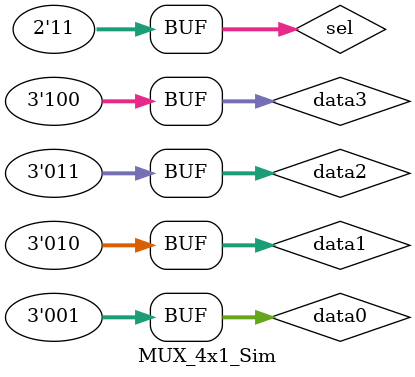
<source format=v>
`timescale 1ns / 1ps


module MUX_4x1_Sim();
reg [1:0] sel;
reg [2:0] data0;
reg [2:0] data1;
reg [2:0] data2;
reg [2:0] data3;
wire [2:0] out;

MUX_4x1 M1(sel, data0, data1, data2, data3, out);

initial
begin
    data0 = 3'd1;
    data1 = 3'd2;
    data2 = 3'd3;
    data3 = 3'd4;
    
    #50
    sel = 2'b00;
    
    #50
    sel = 2'b01;
    
    #50
    sel = 2'b10;
    
    #50
    sel = 2'b11;
end
endmodule

</source>
